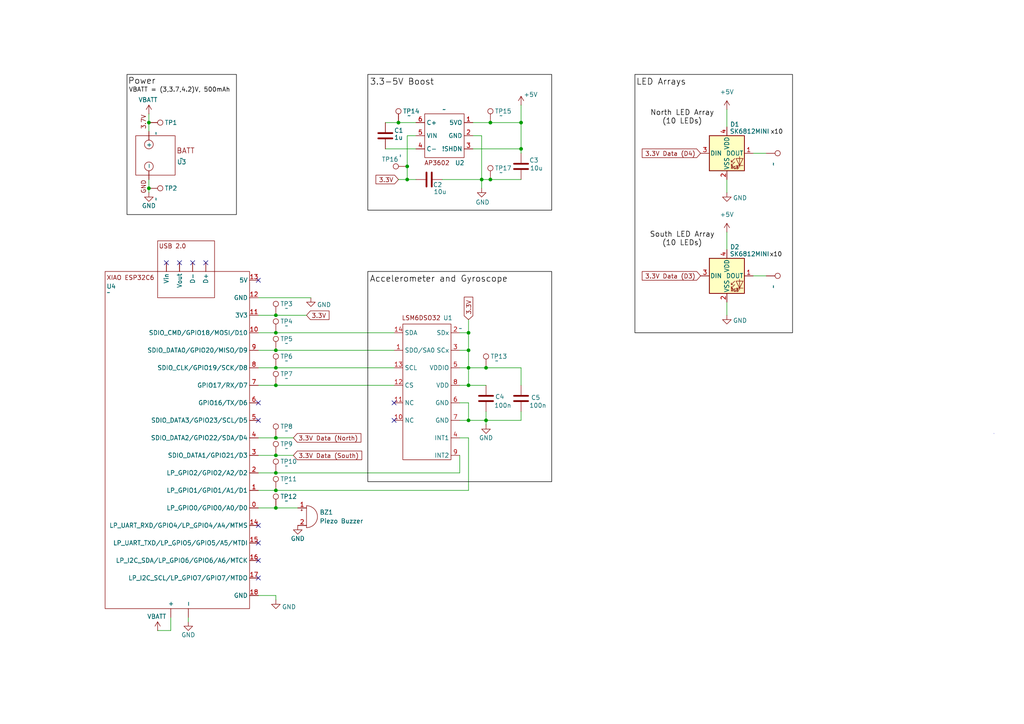
<source format=kicad_sch>
(kicad_sch (version 20231120) (generator "eeschema") (generator_version "8.0")
  (paper "A4")
  (title_block (title "LED20 Updated Schematic") (date "2024-11-04") (rev "2") (company "Team 01") (comment 1 "Schematic of LED20 prototype"))
  (lib_symbols
    (symbol "Connector:TestPoint" (pin_numbers hide) (pin_names (offset 0.762) hide)
      (property "Reference" "TP" (at 0 6.858 0))
      (property "Value" "TestPoint" (at 0 5.08 0))
      (symbol "TestPoint_0_1"
        (circle (center 0 3.302) (radius 0.762))
      )
      (symbol "TestPoint_1_1"
        (pin passive line (at 0 0 90) (length 2.54) (name "1") (number "1"))
      )
    )
    (symbol "Device:Buzzer" (pin_names (offset 0.0254) hide)
      (property "Reference" "BZ" (at 3.81 1.27 0))
      (property "Value" "Buzzer" (at 3.81 -1.27 0))
      (symbol "Buzzer_0_1"
        (arc (start 0 -3.175) (mid 3.1612 0) (end 0 3.175))
        (polyline (pts (xy -1.651 1.905) (xy -1.143 1.905)))
        (polyline (pts (xy -1.397 2.159) (xy -1.397 1.651)))
        (polyline (pts (xy 0 3.175) (xy 0 -3.175)))
      )
      (symbol "Buzzer_1_1"
        (pin passive line (at -2.54 2.54 0) (length 2.54) (name "+") (number "1"))
        (pin passive line (at -2.54 -2.54 0) (length 2.54) (name "-") (number "2"))
      )
    )
    (symbol "Device:C" (pin_numbers hide) (pin_names (offset 0.254))
      (property "Reference" "C" (at 0.635 2.54 0))
      (property "Value" "C" (at 0.635 -2.54 0))
      (symbol "C_0_1"
        (polyline (pts (xy -2.032 -0.762) (xy 2.032 -0.762)) (stroke (width 0.508)))
        (polyline (pts (xy -2.032 0.762) (xy 2.032 0.762)) (stroke (width 0.508)))
      )
      (symbol "C_1_1"
        (pin passive line (at 0 3.81 270) (length 2.794) (name "~") (number "1"))
        (pin passive line (at 0 -3.81 90) (length 2.794) (name "~") (number "2"))
      )
    )
    (symbol "LED20_Library:500mAh_LiPo_Batt"
      (property "Reference" "U" (at 4.572 -13.97 0))
      (symbol "500mAh_LiPo_Batt_0_1"
        (rectangle (start -6.35 -1.27) (end 5.08 -12.7))
        (circle (center -2.54 -10.16) (radius 1.27))
        (circle (center -2.54 -3.81) (radius 1.27))
      )
      (symbol "500mAh_LiPo_Batt_1_1"
        (text "3.7V" (at -4.064 2.794 900) (effects (font (size 1.27 1.27))))
        (text "GND" (at -4.064 -16.002 900) (effects (font (size 1.27 1.27))))
        (pin power_in line (at -2.54 0 270) (length 2.54) (name "+") (number ""))
        (pin power_in line (at -2.54 -13.97 90) (length 2.54) (name "-") (number ""))
      )
    )
    (symbol "LED20_Library:AP3602"
      (property "Reference" "U" (at 3.302 -14.224 0))
      (symbol "AP3602_0_1"
        (rectangle (start -7.62 0) (end 3.81 -12.7))
      )
      (symbol "AP3602_1_1"
        (text "AP3602" (at -4.064 -14.224 0) (effects (font (size 1.27 1.27))))
        (pin power_out line (at 6.35 -2.54 180) (length 2.54) (name "5VO") (number "1"))
        (pin power_in line (at 6.35 -6.35 180) (length 2.54) (name "GND") (number "2"))
        (pin input line (at 6.35 -10.16 180) (length 2.54) (name "!SHDN") (number "3"))
        (pin input line (at -10.16 -10.16 0) (length 2.54) (name "C-") (number "4"))
        (pin power_in line (at -10.16 -6.35 0) (length 2.54) (name "VIN") (number "5"))
        (pin input line (at -10.16 -2.54 0) (length 2.54) (name "C+") (number "6"))
      )
    )
    (symbol "LED20_Library:LSM6DSO32"
      (property "Reference" "U" (at 2.032 4.318 0))
      (symbol "LSM6DSO32_0_1"
        (rectangle (start -10.16 2.54) (end 3.81 -36.83))
      )
      (symbol "LSM6DSO32_1_1"
        (text "LSM6DSO32" (at -4.826 4.318 0) (effects (font (size 1.27 1.27))))
        (pin output line (at -12.7 -5.08 0) (length 2.54) (name "SDO/SA0") (number "1"))
        (pin unspecified line (at -12.7 -25.4 0) (length 2.54) (name "NC") (number "10"))
        (pin unspecified line (at -12.7 -20.32 0) (length 2.54) (name "NC") (number "11"))
        (pin input line (at -12.7 -15.24 0) (length 2.54) (name "CS") (number "12"))
        (pin output line (at -12.7 -10.16 0) (length 2.54) (name "SCL") (number "13"))
        (pin output line (at -12.7 0 0) (length 2.54) (name "SDA") (number "14"))
        (pin bidirectional line (at 6.35 0 180) (length 2.54) (name "SDx") (number "2"))
        (pin bidirectional line (at 6.35 -5.08 180) (length 2.54) (name "SCx") (number "3"))
        (pin output line (at 6.35 -30.48 180) (length 2.54) (name "INT1") (number "4"))
        (pin bidirectional line (at 6.35 -10.16 180) (length 2.54) (name "VDDIO") (number "5"))
        (pin power_in line (at 6.35 -20.32 180) (length 2.54) (name "GND") (number "6"))
        (pin power_in line (at 6.35 -25.4 180) (length 2.54) (name "GND") (number "7"))
        (pin power_in line (at 6.35 -15.24 180) (length 2.54) (name "VDD") (number "8"))
        (pin output line (at 6.35 -35.56 180) (length 2.54) (name "INT2") (number "9"))
      )
    )
    (symbol "LED20_Library:XIAO_ESP32C6"
      (property "Reference" "U4" (at -24.892 28.702 0))
      (property "Value" "~" (at -25.654 26.924 0))
      (symbol "XIAO_ESP32C6_0_1"
        (rectangle (start -26.67 33.02) (end 15.24 -64.77))
        (rectangle (start -11.43 41.91) (end 5.08 25.4))
      )
      (symbol "XIAO_ESP32C6_1_1"
        (text "USB 2.0" (at -7.112 40.386 0) (effects (font (size 1.27 1.27))))
        (text "XIAO ESP32C6" (at -19.304 31.242 0) (effects (font (size 1.27 1.27))))
        (pin power_in line (at -7.62 -67.31 90) (length 2.54) (name "+") (number ""))
        (pin power_in line (at -2.54 -67.31 90) (length 2.54) (name "-") (number ""))
        (pin bidirectional line (at 2.54 35.56 270) (length 2.54) (name "D+") (number ""))
        (pin bidirectional line (at -1.27 35.56 270) (length 2.54) (name "D-") (number ""))
        (pin power_in line (at -8.89 35.56 270) (length 2.54) (name "Vin") (number ""))
        (pin power_out line (at -5.08 35.56 270) (length 2.54) (name "Vout") (number ""))
        (pin bidirectional line (at 17.78 -35.56 180) (length 2.54) (name "LP_GPIO0/GPIO0/A0/D0") (number "0"))
        (pin bidirectional line (at 17.78 -30.48 180) (length 2.54) (name "LP_GPIO1/GPIO1/A1/D1") (number "1"))
        (pin bidirectional line (at 17.78 15.24 180) (length 2.54) (name "SDIO_CMD/GPIO18/MOSI/D10") (number "10"))
        (pin power_in line (at 17.78 20.32 180) (length 2.54) (name "3V3") (number "11"))
        (pin power_in line (at 17.78 25.4 180) (length 2.54) (name "GND") (number "12"))
        (pin power_in line (at 17.78 30.48 180) (length 2.54) (name "5V") (number "13"))
        (pin bidirectional line (at 17.78 -40.64 180) (length 2.54) (name "LP_UART_RXD/GPIO4/LP_GPIO4/A4/MTMS") (number "14"))
        (pin bidirectional line (at 17.78 -45.72 180) (length 2.54) (name "LP_UART_TXD/LP_GPIO5/GPIO5/A5/MTDI") (number "15"))
        (pin bidirectional line (at 17.78 -50.8 180) (length 2.54) (name "LP_I2C_SDA/LP_GPIO6/GPIO6/A6/MTCK") (number "16"))
        (pin bidirectional line (at 17.78 -55.88 180) (length 2.54) (name "LP_I2C_SCL/LP_GPIO7/GPIO7/MTDO") (number "17"))
        (pin power_in line (at 17.78 -60.96 180) (length 2.54) (name "GND") (number "18"))
        (pin bidirectional line (at 17.78 -25.4 180) (length 2.54) (name "LP_GPIO2/GPIO2/A2/D2") (number "2"))
        (pin bidirectional line (at 17.78 -20.32 180) (length 2.54) (name "SDIO_DATA1/GPIO21/D3") (number "3"))
        (pin bidirectional line (at 17.78 -15.24 180) (length 2.54) (name "SDIO_DATA2/GPIO22/SDA/D4") (number "4"))
        (pin bidirectional line (at 17.78 -10.16 180) (length 2.54) (name "SDIO_DATA3/GPIO23/SCL/D5") (number "5"))
        (pin bidirectional line (at 17.78 -5.08 180) (length 2.54) (name "GPIO16/TX/D6") (number "6"))
        (pin bidirectional line (at 17.78 0 180) (length 2.54) (name "GPIO17/RX/D7") (number "7"))
        (pin bidirectional line (at 17.78 5.08 180) (length 2.54) (name "SDIO_CLK/GPIO19/SCK/D8") (number "8"))
        (pin bidirectional line (at 17.78 10.16 180) (length 2.54) (name "SDIO_DATA0/GPIO20/MISO/D9") (number "9"))
      )
    )
    (symbol "LED:SK6812MINI" (pin_names (offset 0.254))
      (property "Reference" "D" (at 5.08 5.715 0))
      (property "Value" "SK6812MINI" (at 1.27 -5.715 0))
      (symbol "SK6812MINI_0_0"
        (text "RGB" (at 2.286 -4.191 0) (effects (font (size 0.762 0.762))))
      )
      (symbol "SK6812MINI_0_1"
        (polyline (pts (xy 1.27 -3.556) (xy 1.778 -3.556)))
        (polyline (pts (xy 1.27 -2.54) (xy 1.778 -2.54)))
        (polyline (pts (xy 4.699 -3.556) (xy 2.667 -3.556)))
        (polyline (pts (xy 2.286 -2.54) (xy 1.27 -3.556) (xy 1.27 -3.048)))
        (polyline (pts (xy 2.286 -1.524) (xy 1.27 -2.54) (xy 1.27 -2.032)))
        (polyline (pts (xy 3.683 -1.016) (xy 3.683 -3.556) (xy 3.683 -4.064)))
        (polyline (pts (xy 4.699 -1.524) (xy 2.667 -1.524) (xy 3.683 -3.556) (xy 4.699 -1.524)))
        (rectangle (start 5.08 5.08) (end -5.08 -5.08) (stroke (width 0.254)) (fill (type background)))
      )
      (symbol "SK6812MINI_1_1"
        (pin output line (at 7.62 0 180) (length 2.54) (name "DOUT") (number "1"))
        (pin power_in line (at 0 -7.62 90) (length 2.54) (name "VSS") (number "2"))
        (pin input line (at -7.62 0 0) (length 2.54) (name "DIN") (number "3"))
        (pin power_in line (at 0 7.62 270) (length 2.54) (name "VDD") (number "4"))
      )
    )
    (symbol "power:+5V" (power) (pin_numbers hide) (pin_names (offset 0) hide)
      (property "Value" "+5V" (at 0 3.556 0))
      (symbol "+5V_0_1"
        (polyline (pts (xy -0.762 1.27) (xy 0 2.54)))
        (polyline (pts (xy 0 0) (xy 0 2.54)))
        (polyline (pts (xy 0 2.54) (xy 0.762 1.27)))
      )
      (symbol "+5V_1_1"
        (pin power_in line (at 0 0 90) (length 0) (name "~") (number "1"))
      )
    )
    (symbol "power:+BATT" (power) (pin_numbers hide) (pin_names (offset 0) hide)
      (property "Value" "+BATT" (at 0 3.556 0))
      (symbol "+BATT_0_1"
        (polyline (pts (xy -0.762 1.27) (xy 0 2.54)))
        (polyline (pts (xy 0 0) (xy 0 2.54)))
        (polyline (pts (xy 0 2.54) (xy 0.762 1.27)))
      )
      (symbol "+BATT_1_1"
        (pin power_in line (at 0 0 90) (length 0) (name "~") (number "1"))
      )
    )
    (symbol "power:GND" (power) (pin_numbers hide) (pin_names (offset 0) hide)
      (property "Value" "GND" (at 0 -3.81 0))
      (symbol "GND_0_1"
        (polyline (pts (xy 0 0) (xy 0 -1.27) (xy 1.27 -1.27) (xy 0 -2.54) (xy -1.27 -1.27) (xy 0 -1.27)))
      )
      (symbol "GND_1_1"
        (pin power_in line (at 0 0 270) (length 0) (name "~") (number "1"))
      )
    )
  )
  (junction (at 140.97 121.92))
  (junction (at 135.89 121.92))
  (junction (at 118.11 52.07))
  (junction (at 135.89 106.68))
  (junction (at 142.24 52.07))
  (junction (at 43.18 35.56))
  (junction (at 80.01 96.52))
  (junction (at 140.97 106.68))
  (junction (at 139.7 52.07))
  (junction (at 43.18 54.61))
  (junction (at 80.01 106.68))
  (junction (at 135.89 101.6))
  (junction (at 80.01 91.44))
  (junction (at 80.01 142.24))
  (junction (at 151.13 43.18))
  (junction (at 80.01 127))
  (junction (at 142.24 35.56))
  (junction (at 135.89 96.52))
  (junction (at 80.01 137.16))
  (junction (at 80.01 132.08))
  (junction (at 80.01 101.6))
  (junction (at 115.57 35.56))
  (junction (at 118.11 48.26))
  (junction (at 80.01 147.32))
  (junction (at 80.01 111.76))
  (junction (at 151.13 35.56))
  (junction (at 135.89 111.76))
  (no_connect (at 114.3 116.84))
  (no_connect (at 114.3 121.92))
  (no_connect (at 55.88 76.2))
  (no_connect (at 74.93 152.4))
  (no_connect (at 59.69 76.2))
  (no_connect (at 74.93 162.56))
  (no_connect (at 74.93 116.84))
  (no_connect (at 74.93 167.64))
  (no_connect (at 74.93 121.92))
  (no_connect (at 52.07 76.2))
  (no_connect (at 74.93 157.48))
  (no_connect (at 48.26 76.2))
  (no_connect (at 74.93 81.28))
  (wire (pts (xy 139.7 54.61) (xy 139.7 52.07)))
  (wire (pts (xy 135.89 142.24) (xy 135.89 127)))
  (wire (pts (xy 133.35 132.08) (xy 133.35 137.16)))
  (wire (pts (xy 218.44 44.45) (xy 222.25 44.45)))
  (wire (pts (xy 140.97 121.92) (xy 135.89 121.92)))
  (wire (pts (xy 218.44 80.01) (xy 222.25 80.01)))
  (wire (pts (xy 151.13 44.45) (xy 151.13 43.18)))
  (wire (pts (xy 80.01 137.16) (xy 74.93 137.16)))
  (wire (pts (xy 139.7 52.07) (xy 139.7 39.37)))
  (wire (pts (xy 135.89 127) (xy 133.35 127)))
  (wire (pts (xy 80.01 127) (xy 85.09 127)))
  (wire (pts (xy 151.13 30.48) (xy 151.13 35.56)))
  (wire (pts (xy 135.89 96.52) (xy 135.89 92.71)))
  (wire (pts (xy 133.35 116.84) (xy 135.89 116.84)))
  (wire (pts (xy 80.01 101.6) (xy 114.3 101.6)))
  (wire (pts (xy 133.35 101.6) (xy 135.89 101.6)))
  (wire (pts (xy 133.35 137.16) (xy 80.01 137.16)))
  (wire (pts (xy 135.89 111.76) (xy 140.97 111.76)))
  (wire (pts (xy 142.24 52.07) (xy 139.7 52.07)))
  (wire (pts (xy 80.01 132.08) (xy 85.09 132.08)))
  (wire (pts (xy 210.82 67.31) (xy 210.82 72.39)))
  (wire (pts (xy 133.35 121.92) (xy 135.89 121.92)))
  (wire (pts (xy 210.82 52.07) (xy 210.82 55.88)))
  (wire (pts (xy 74.93 106.68) (xy 80.01 106.68)))
  (wire (pts (xy 74.93 142.24) (xy 80.01 142.24)))
  (wire (pts (xy 118.11 52.07) (xy 120.65 52.07)))
  (wire (pts (xy 43.18 54.61) (xy 43.18 55.88)))
  (wire (pts (xy 74.93 101.6) (xy 80.01 101.6)))
  (wire (pts (xy 74.93 86.36) (xy 90.17 86.36)))
  (wire (pts (xy 74.93 132.08) (xy 80.01 132.08)))
  (wire (pts (xy 133.35 111.76) (xy 135.89 111.76)))
  (wire (pts (xy 133.35 96.52) (xy 135.89 96.52)))
  (wire (pts (xy 43.18 52.07) (xy 43.18 54.61)))
  (wire (pts (xy 140.97 123.19) (xy 140.97 121.92)))
  (wire (pts (xy 151.13 111.76) (xy 151.13 106.68)))
  (wire (pts (xy 80.01 142.24) (xy 135.89 142.24)))
  (wire (pts (xy 135.89 111.76) (xy 135.89 106.68)))
  (wire (pts (xy 120.65 39.37) (xy 118.11 39.37)))
  (wire (pts (xy 135.89 106.68) (xy 140.97 106.68)))
  (wire (pts (xy 80.01 91.44) (xy 88.9 91.44)))
  (wire (pts (xy 128.27 52.07) (xy 139.7 52.07)))
  (wire (pts (xy 115.57 35.56) (xy 120.65 35.56)))
  (wire (pts (xy 54.61 179.07) (xy 54.61 180.34)))
  (wire (pts (xy 137.16 39.37) (xy 139.7 39.37)))
  (wire (pts (xy 80.01 106.68) (xy 114.3 106.68)))
  (wire (pts (xy 137.16 35.56) (xy 142.24 35.56)))
  (wire (pts (xy 140.97 121.92) (xy 151.13 121.92)))
  (wire (pts (xy 118.11 48.26) (xy 118.11 52.07)))
  (wire (pts (xy 74.93 96.52) (xy 80.01 96.52)))
  (wire (pts (xy 49.53 179.07) (xy 49.53 182.88)))
  (wire (pts (xy 43.18 35.56) (xy 43.18 38.1)))
  (wire (pts (xy 45.72 182.88) (xy 49.53 182.88)))
  (wire (pts (xy 74.93 111.76) (xy 80.01 111.76)))
  (wire (pts (xy 135.89 106.68) (xy 135.89 101.6)))
  (wire (pts (xy 151.13 52.07) (xy 142.24 52.07)))
  (wire (pts (xy 142.24 35.56) (xy 151.13 35.56)))
  (wire (pts (xy 140.97 119.38) (xy 140.97 121.92)))
  (wire (pts (xy 111.76 35.56) (xy 115.57 35.56)))
  (wire (pts (xy 118.11 39.37) (xy 118.11 48.26)))
  (wire (pts (xy 80.01 147.32) (xy 86.36 147.32)))
  (wire (pts (xy 74.93 147.32) (xy 80.01 147.32)))
  (wire (pts (xy 140.97 106.68) (xy 151.13 106.68)))
  (wire (pts (xy 133.35 106.68) (xy 135.89 106.68)))
  (wire (pts (xy 74.93 172.72) (xy 80.01 172.72)))
  (wire (pts (xy 135.89 116.84) (xy 135.89 121.92)))
  (wire (pts (xy 210.82 31.75) (xy 210.82 36.83)))
  (wire (pts (xy 74.93 91.44) (xy 80.01 91.44)))
  (wire (pts (xy 210.82 87.63) (xy 210.82 91.44)))
  (wire (pts (xy 80.01 172.72) (xy 80.01 173.99)))
  (wire (pts (xy 80.01 96.52) (xy 114.3 96.52)))
  (wire (pts (xy 151.13 119.38) (xy 151.13 121.92)))
  (wire (pts (xy 43.18 33.02) (xy 43.18 35.56)))
  (wire (pts (xy 135.89 101.6) (xy 135.89 96.52)))
  (wire (pts (xy 111.76 43.18) (xy 120.65 43.18)))
  (wire (pts (xy 137.16 43.18) (xy 151.13 43.18)))
  (wire (pts (xy 74.93 127) (xy 80.01 127)))
  (wire (pts (xy 80.01 111.76) (xy 114.3 111.76)))
  (wire (pts (xy 151.13 35.56) (xy 151.13 43.18)))
  (wire (pts (xy 115.57 52.07) (xy 118.11 52.07)))
  (rectangle (start 106.68 78.74) (end 160.02 139.7) (stroke (width 0) (color 0 0 0 1)))
  (rectangle (start 184.15 21.59) (end 229.87 96.52) (stroke (width 0) (color 0 0 0 1)))
  (rectangle (start 106.68 21.59) (end 160.02 60.96) (stroke (width 0) (color 0 0 0 1)))
  (rectangle (start 288.29 125.73) (end 288.29 125.73))
  (rectangle (start 36.83 21.59) (end 68.58 62.23) (stroke (width 0) (color 0 0 0 1)))
  (text "3.3-5V Boost" (at 116.586 23.876 0) (effects (font (size 1.778 1.778))))
  (text "South LED Array\n(10 LEDs)" (at 197.866 69.342 0) (effects (font (size 1.524 1.524))))
  (text "VBATT = (3,3.7,4.2)V, 500mAh" (at 52.07 26.162 0) (effects (font (size 1.27 1.27))))
  (text "LED Arrays" (at 191.77 23.876 0) (effects (font (size 1.778 1.778))))
  (text "x10" (at 225.044 73.914 0) (effects (font (size 1.27 1.27))))
  (text "BATT" (at 53.848 43.942 0) (effects (font (size 1.524 1.524))))
  (text "Power" (at 41.148 23.622 0) (effects (font (size 1.778 1.778))))
  (text "Accelerometer and Gyroscope\n" (at 127.254 81.026 0) (effects (font (size 1.778 1.778))))
  (text "North LED Array\n(10 LEDs)" (at 197.866 34.036 0) (effects (font (size 1.524 1.524))))
  (text "x10" (at 225.298 38.354 0) (effects (font (size 1.27 1.27))))
  (global_label "3.3V" (shape input) (at 135.89 92.71 90) (property "Intersheetrefs" "${INTERSHEET_REFS}" (effects (hide yes))))
  (global_label "3.3V" (shape input) (at 115.57 52.07 180) (property "Intersheetrefs" "${INTERSHEET_REFS}" (effects (hide yes))))
  (global_label "3.3V Data (South)" (shape input) (at 85.09 132.08 0) (property "Intersheetrefs" "${INTERSHEET_REFS}" (effects (hide yes))))
  (global_label "3.3V Data (D4)" (shape input) (at 203.2 44.45 180) (property "Intersheetrefs" "${INTERSHEET_REFS}" (effects (hide yes))))
  (global_label "3.3V Data (North)" (shape input) (at 85.09 127 0) (property "Intersheetrefs" "${INTERSHEET_REFS}" (effects (hide yes))))
  (global_label "3.3V Data (D3)" (shape input) (at 203.2 80.01 180) (property "Intersheetrefs" "${INTERSHEET_REFS}" (effects (hide yes))))
  (global_label "3.3V" (shape input) (at 88.9 91.44 0) (property "Intersheetrefs" "${INTERSHEET_REFS}" (effects (hide yes))))
  (symbol (lib_id "Connector:TestPoint") (at 80.01 137.16 0) (unit 1)
    (property "Reference" "TP10" (at 81.28 133.858 0) (effects (justify left)))
    (property "Value" "~" (at 82.55 135.128 0) (effects (justify left)))
    (property "Description" "test point" (effects (hide yes)))
  )
  (symbol (lib_id "Connector:TestPoint") (at 80.01 101.6 0) (unit 1)
    (property "Reference" "TP5" (at 81.28 98.298 0) (effects (justify left)))
    (property "Value" "~" (at 82.55 99.568 0) (effects (justify left)))
    (property "Description" "test point" (effects (hide yes)))
  )
  (symbol (lib_id "Connector:TestPoint") (at 222.25 44.45 270) (unit 1)
    (property "Reference" "TP17" (effects (hide yes)))
    (property "Value" "~" (at 224.282 46.99 0) (effects (justify left)))
    (property "Description" "test point" (effects (hide yes)))
  )
  (symbol (lib_id "power:+5V") (at 151.13 30.48 0) (unit 1)
    (property "Reference" "#PWR05" (effects (hide yes)))
    (property "Value" "+5V" (at 153.924 27.432 0))
    (property "Description" "Power symbol creates a global label with name \"+5V\"" (effects (hide yes)))
  )
  (symbol (lib_id "Connector:TestPoint") (at 118.11 48.26 90) (unit 1)
    (property "Reference" "TP16" (at 115.57 46.228 90) (effects (justify left)))
    (property "Value" "~" (at 116.078 45.72 0) (effects (justify left)))
    (property "Description" "test point" (effects (hide yes)))
  )
  (symbol (lib_id "Device:C") (at 151.13 115.57 180) (unit 1)
    (property "Reference" "C5" (at 156.718 115.316 0) (effects (justify left)))
    (property "Value" "100n" (at 158.496 117.602 0) (effects (justify left)))
    (property "Description" "Unpolarized capacitor" (effects (hide yes)))
  )
  (symbol (lib_id "LED20_Library:500mAh_LiPo_Batt") (at 45.72 38.1 0) (unit 1)
    (property "Reference" "U3" (at 51.308 46.99 0) (effects (justify left)))
    (property "Value" "~" (at 52.07 45.9135 0) (effects (justify left)))
  )
  (symbol (lib_id "Device:C") (at 111.76 39.37 0) (unit 1)
    (property "Reference" "C1" (at 114.3 37.846 0) (effects (justify left)))
    (property "Value" "1u" (at 114.3 39.878 0) (effects (justify left)))
    (property "Description" "Unpolarized capacitor" (effects (hide yes)))
  )
  (symbol (lib_id "power:+5V") (at 210.82 31.75 0) (unit 1)
    (property "Reference" "#PWR08" (effects (hide yes)))
    (property "Value" "+5V" (at 210.82 26.67 0))
    (property "Description" "Power symbol creates a global label with name \"+5V\"" (effects (hide yes)))
  )
  (symbol (lib_id "Device:C") (at 151.13 48.26 180) (unit 1)
    (property "Reference" "C3" (at 156.21 46.482 0) (effects (justify left)))
    (property "Value" "10u" (at 157.48 48.768 0) (effects (justify left)))
    (property "Description" "Unpolarized capacitor" (effects (hide yes)))
  )
  (symbol (lib_id "power:GND") (at 86.36 152.4 0) (unit 1)
    (property "Reference" "#PWR015" (effects (hide yes)))
    (property "Value" "GND" (at 86.36 156.21 0))
    (property "Description" "Power symbol creates a global label with name \"GND\" , ground" (effects (hide yes)))
  )
  (symbol (lib_id "Connector:TestPoint") (at 80.01 147.32 0) (unit 1)
    (property "Reference" "TP12" (at 81.28 144.018 0) (effects (justify left)))
    (property "Value" "~" (at 82.55 145.288 0) (effects (justify left)))
    (property "Description" "test point" (effects (hide yes)))
  )
  (symbol (lib_id "power:GND") (at 210.82 55.88 0) (unit 1)
    (property "Reference" "#PWR010" (effects (hide yes)))
    (property "Value" "GND" (at 214.63 57.404 0))
    (property "Description" "Power symbol creates a global label with name \"GND\" , ground" (effects (hide yes)))
  )
  (symbol (lib_id "power:GND") (at 80.01 173.99 0) (unit 1)
    (property "Reference" "#PWR06" (effects (hide yes)))
    (property "Value" "GND" (at 83.82 176.022 0))
    (property "Description" "Power symbol creates a global label with name \"GND\" , ground" (effects (hide yes)))
  )
  (symbol (lib_id "Connector:TestPoint") (at 80.01 127 0) (unit 1)
    (property "Reference" "TP8" (at 81.28 123.698 0) (effects (justify left)))
    (property "Value" "~" (at 82.55 124.968 0) (effects (justify left)))
    (property "Description" "test point" (effects (hide yes)))
  )
  (symbol (lib_id "power:+BATT") (at 45.72 182.88 0) (unit 1)
    (property "Reference" "#PWR03" (effects (hide yes)))
    (property "Value" "VBATT" (at 45.466 178.816 0))
    (property "Description" "Power symbol creates a global label with name \"+BATT\"" (effects (hide yes)))
  )
  (symbol (lib_id "power:GND") (at 43.18 55.88 0) (unit 1)
    (property "Reference" "#PWR01" (effects (hide yes)))
    (property "Value" "GND" (at 43.18 59.69 0))
    (property "Description" "Power symbol creates a global label with name \"GND\" , ground" (effects (hide yes)))
  )
  (symbol (lib_id "LED20_Library:LSM6DSO32") (at 127 96.52 0) (unit 1)
    (property "Reference" "U1" (at 128.524 92.202 0) (effects (justify left)))
    (property "Value" "~" (at 133.0041 95.25 0) (effects (justify left)))
  )
  (symbol (lib_id "Connector:TestPoint") (at 222.25 80.01 270) (unit 1)
    (property "Reference" "TP18" (effects (hide yes)))
    (property "Value" "~" (at 224.282 82.55 0) (effects (justify left)))
    (property "Description" "test point" (effects (hide yes)))
  )
  (symbol (lib_id "power:GND") (at 54.61 180.34 0) (unit 1)
    (property "Reference" "#PWR04" (effects (hide yes)))
    (property "Value" "GND" (at 54.61 184.15 0))
    (property "Description" "Power symbol creates a global label with name \"GND\" , ground" (effects (hide yes)))
  )
  (symbol (lib_id "Connector:TestPoint") (at 80.01 106.68 0) (unit 1)
    (property "Reference" "TP6" (at 81.28 103.378 0) (effects (justify left)))
    (property "Value" "~" (at 82.55 104.648 0) (effects (justify left)))
    (property "Description" "test point" (effects (hide yes)))
  )
  (symbol (lib_id "Connector:TestPoint") (at 142.24 35.56 0) (unit 1)
    (property "Reference" "TP15" (at 143.51 32.258 0) (effects (justify left)))
    (property "Value" "~" (at 144.78 33.528 0) (effects (justify left)))
    (property "Description" "test point" (effects (hide yes)))
  )
  (symbol (lib_id "power:GND") (at 140.97 123.19 0) (unit 1)
    (property "Reference" "#PWR014" (effects (hide yes)))
    (property "Value" "GND" (at 140.97 127 0))
    (property "Description" "Power symbol creates a global label with name \"GND\" , ground" (effects (hide yes)))
  )
  (symbol (lib_id "Device:Buzzer") (at 88.9 149.86 0) (unit 1)
    (property "Reference" "BZ1" (at 92.71 148.5899 0) (effects (justify left)))
    (property "Value" "Piezo Buzzer" (at 92.71 151.1299 0) (effects (justify left)))
    (property "Description" "Buzzer, polarized" (effects (hide yes)))
  )
  (symbol (lib_id "Connector:TestPoint") (at 142.24 52.07 0) (unit 1)
    (property "Reference" "TP17" (at 143.51 48.768 0) (effects (justify left)))
    (property "Value" "~" (at 144.78 50.038 0) (effects (justify left)))
    (property "Description" "test point" (effects (hide yes)))
  )
  (symbol (lib_id "Connector:TestPoint") (at 80.01 111.76 0) (unit 1)
    (property "Reference" "TP7" (at 81.28 108.458 0) (effects (justify left)))
    (property "Value" "~" (at 82.55 109.728 0) (effects (justify left)))
    (property "Description" "test point" (effects (hide yes)))
  )
  (symbol (lib_id "LED20_Library:XIAO_ESP32C6") (at 57.15 111.76 0) (unit 1)
    (property "Reference" "U4" (at 32.258 83.058 0))
    (property "Value" "~" (at 31.496 84.836 0))
  )
  (symbol (lib_id "Connector:TestPoint") (at 43.18 35.56 270) (unit 1)
    (property "Reference" "TP1" (at 47.752 35.56 90) (effects (justify left)))
    (property "Value" "~" (at 45.212 38.1 0) (effects (justify left)))
    (property "Description" "test point" (effects (hide yes)))
  )
  (symbol (lib_id "LED:SK6812MINI") (at 210.82 80.01 0) (unit 1)
    (property "Reference" "D2" (at 213.106 71.628 0))
    (property "Value" "SK6812MINI" (at 217.424 73.66 0))
    (property "Footprint" "LED_SMD:LED_SK6812MINI_PLCC4_3.5x3.5mm_P1.75mm" (effects (hide yes)))
    (property "Datasheet" "https://cdn-shop.adafruit.com/product-files/2686/SK6812MINI_REV.01-1-2.pdf" (effects (hide yes)))
    (property "Description" "RGB LED with integrated controller" (effects (hide yes)))
  )
  (symbol (lib_id "power:+BATT") (at 43.18 33.02 0) (unit 1)
    (property "Reference" "#PWR02" (effects (hide yes)))
    (property "Value" "VBATT" (at 42.926 28.956 0))
    (property "Description" "Power symbol creates a global label with name \"+BATT\"" (effects (hide yes)))
  )
  (symbol (lib_id "Connector:TestPoint") (at 140.97 106.68 0) (unit 1)
    (property "Reference" "TP13" (at 142.24 103.378 0) (effects (justify left)))
    (property "Value" "~" (at 143.51 104.648 0) (effects (justify left)))
    (property "Description" "test point" (effects (hide yes)))
  )
  (symbol (lib_id "Connector:TestPoint") (at 115.57 35.56 0) (unit 1)
    (property "Reference" "TP14" (at 116.84 32.258 0) (effects (justify left)))
    (property "Value" "~" (at 118.11 33.528 0) (effects (justify left)))
    (property "Description" "test point" (effects (hide yes)))
  )
  (symbol (lib_id "Connector:TestPoint") (at 80.01 142.24 0) (unit 1)
    (property "Reference" "TP11" (at 81.28 138.938 0) (effects (justify left)))
    (property "Value" "~" (at 82.55 140.208 0) (effects (justify left)))
    (property "Description" "test point" (effects (hide yes)))
  )
  (symbol (lib_id "LED:SK6812MINI") (at 210.82 44.45 0) (unit 1)
    (property "Reference" "D1" (at 213.106 36.068 0))
    (property "Value" "SK6812MINI" (at 217.424 38.1 0))
    (property "Footprint" "LED_SMD:LED_SK6812MINI_PLCC4_3.5x3.5mm_P1.75mm" (effects (hide yes)))
    (property "Datasheet" "https://cdn-shop.adafruit.com/product-files/2686/SK6812MINI_REV.01-1-2.pdf" (effects (hide yes)))
    (property "Description" "RGB LED with integrated controller" (effects (hide yes)))
  )
  (symbol (lib_id "Connector:TestPoint") (at 43.18 54.61 270) (unit 1)
    (property "Reference" "TP2" (at 47.752 54.61 90) (effects (justify left)))
    (property "Value" "~" (at 45.212 57.15 0) (effects (justify left)))
    (property "Description" "test point" (effects (hide yes)))
  )
  (symbol (lib_id "Device:C") (at 124.46 52.07 90) (unit 1)
    (property "Reference" "C2" (at 128.27 53.594 90) (effects (justify left)))
    (property "Value" "10u" (at 129.54 55.626 90) (effects (justify left)))
    (property "Description" "Unpolarized capacitor" (effects (hide yes)))
  )
  (symbol (lib_id "power:GND") (at 210.82 91.44 0) (unit 1)
    (property "Reference" "#PWR013" (effects (hide yes)))
    (property "Value" "GND" (at 214.63 92.964 0))
    (property "Description" "Power symbol creates a global label with name \"GND\" , ground" (effects (hide yes)))
  )
  (symbol (lib_id "LED20_Library:AP3602") (at 130.81 33.02 0) (unit 1)
    (property "Reference" "U2" (at 133.35 47.244 0))
    (property "Value" "~" (at 128.8282 31.75 0))
  )
  (symbol (lib_id "Connector:TestPoint") (at 80.01 91.44 0) (unit 1)
    (property "Reference" "TP3" (at 81.28 88.138 0) (effects (justify left)))
    (property "Value" "~" (at 82.55 89.408 0) (effects (justify left)))
    (property "Description" "test point" (effects (hide yes)))
  )
  (symbol (lib_id "Connector:TestPoint") (at 80.01 132.08 0) (unit 1)
    (property "Reference" "TP9" (at 81.28 128.778 0) (effects (justify left)))
    (property "Value" "~" (at 82.55 130.048 0) (effects (justify left)))
    (property "Description" "test point" (effects (hide yes)))
  )
  (symbol (lib_id "power:GND") (at 139.7 54.61 0) (unit 1)
    (property "Reference" "#PWR09" (effects (hide yes)))
    (property "Value" "GND" (at 139.954 58.674 0))
    (property "Description" "Power symbol creates a global label with name \"GND\" , ground" (effects (hide yes)))
  )
  (symbol (lib_id "power:GND") (at 90.17 86.36 0) (unit 1)
    (property "Reference" "#PWR07" (effects (hide yes)))
    (property "Value" "GND" (at 93.98 88.392 0))
    (property "Description" "Power symbol creates a global label with name \"GND\" , ground" (effects (hide yes)))
  )
  (symbol (lib_id "Connector:TestPoint") (at 80.01 96.52 0) (unit 1)
    (property "Reference" "TP4" (at 81.28 93.218 0) (effects (justify left)))
    (property "Value" "~" (at 82.55 94.488 0) (effects (justify left)))
    (property "Description" "test point" (effects (hide yes)))
  )
  (symbol (lib_id "Device:C") (at 140.97 115.57 180) (unit 1)
    (property "Reference" "C4" (at 146.304 115.062 0) (effects (justify left)))
    (property "Value" "100n" (at 148.336 117.602 0) (effects (justify left)))
    (property "Description" "Unpolarized capacitor" (effects (hide yes)))
  )
  (symbol (lib_id "power:+5V") (at 210.82 67.31 0) (unit 1)
    (property "Reference" "#PWR012" (effects (hide yes)))
    (property "Value" "+5V" (at 210.82 62.23 0))
    (property "Description" "Power symbol creates a global label with name \"+5V\"" (effects (hide yes)))
  )
)
</source>
